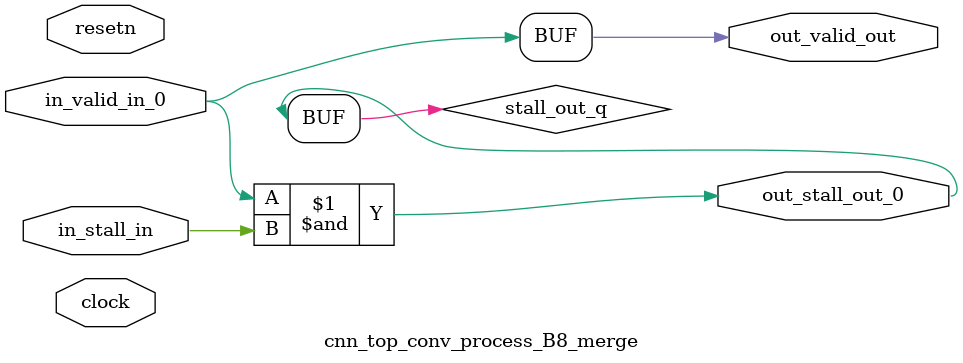
<source format=sv>



(* altera_attribute = "-name AUTO_SHIFT_REGISTER_RECOGNITION OFF; -name MESSAGE_DISABLE 10036; -name MESSAGE_DISABLE 10037; -name MESSAGE_DISABLE 14130; -name MESSAGE_DISABLE 14320; -name MESSAGE_DISABLE 15400; -name MESSAGE_DISABLE 14130; -name MESSAGE_DISABLE 10036; -name MESSAGE_DISABLE 12020; -name MESSAGE_DISABLE 12030; -name MESSAGE_DISABLE 12010; -name MESSAGE_DISABLE 12110; -name MESSAGE_DISABLE 14320; -name MESSAGE_DISABLE 13410; -name MESSAGE_DISABLE 113007; -name MESSAGE_DISABLE 10958" *)
module cnn_top_conv_process_B8_merge (
    input wire [0:0] in_stall_in,
    input wire [0:0] in_valid_in_0,
    output wire [0:0] out_stall_out_0,
    output wire [0:0] out_valid_out,
    input wire clock,
    input wire resetn
    );

    wire [0:0] stall_out_q;


    // stall_out(LOGICAL,6)
    assign stall_out_q = in_valid_in_0 & in_stall_in;

    // out_stall_out_0(GPOUT,4)
    assign out_stall_out_0 = stall_out_q;

    // out_valid_out(GPOUT,5)
    assign out_valid_out = in_valid_in_0;

endmodule

</source>
